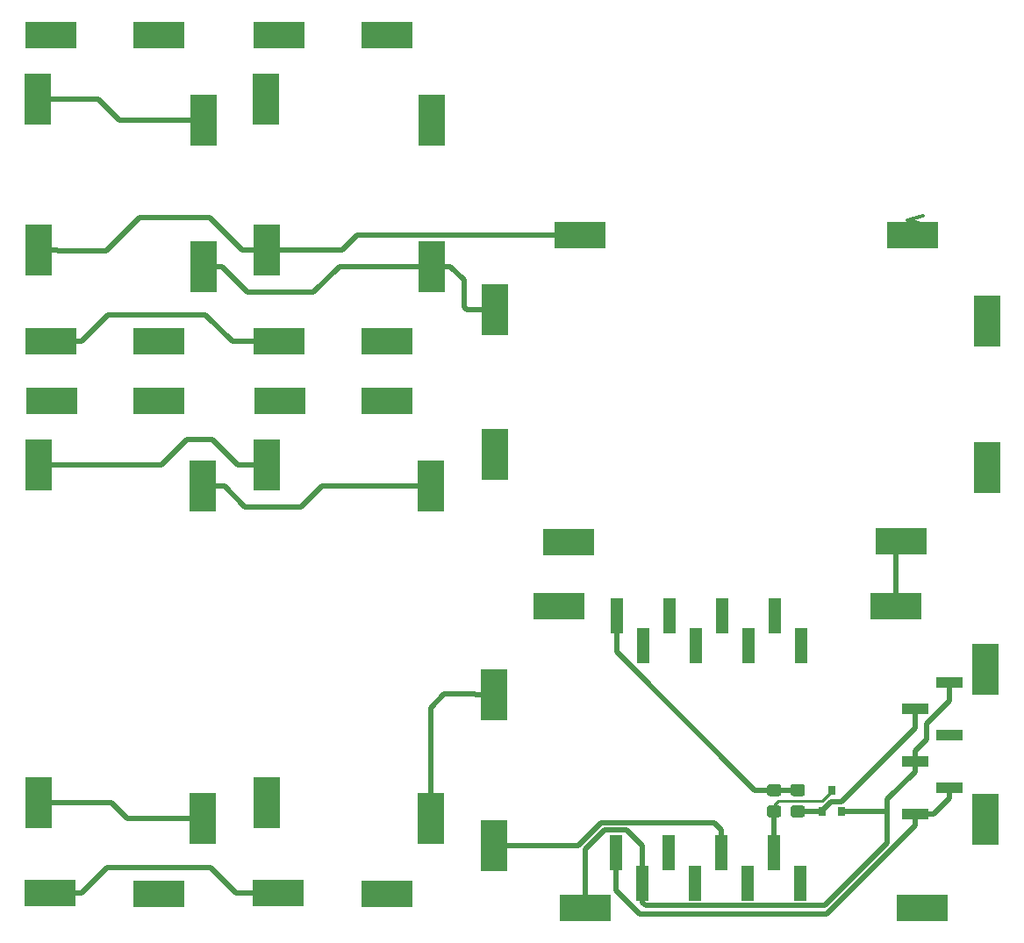
<source format=gbr>
%TF.GenerationSoftware,KiCad,Pcbnew,5.1.6-c6e7f7d~86~ubuntu18.04.1*%
%TF.CreationDate,2020-05-16T18:56:39+02:00*%
%TF.ProjectId,slimme-meter-tra,736c696d-6d65-42d6-9d65-7465722d7472,rev?*%
%TF.SameCoordinates,Original*%
%TF.FileFunction,Copper,L1,Top*%
%TF.FilePolarity,Positive*%
%FSLAX46Y46*%
G04 Gerber Fmt 4.6, Leading zero omitted, Abs format (unit mm)*
G04 Created by KiCad (PCBNEW 5.1.6-c6e7f7d~86~ubuntu18.04.1) date 2020-05-16 18:56:39*
%MOMM*%
%LPD*%
G01*
G04 APERTURE LIST*
%TA.AperFunction,NonConductor*%
%ADD10C,0.300000*%
%TD*%
%TA.AperFunction,SMDPad,CuDef*%
%ADD11R,2.500000X5.000000*%
%TD*%
%TA.AperFunction,SMDPad,CuDef*%
%ADD12R,5.000000X2.500000*%
%TD*%
%TA.AperFunction,ComponentPad*%
%ADD13R,2.500000X5.000000*%
%TD*%
%TA.AperFunction,ComponentPad*%
%ADD14R,5.000000X2.500000*%
%TD*%
%TA.AperFunction,SMDPad,CuDef*%
%ADD15R,1.270000X3.430001*%
%TD*%
%TA.AperFunction,SMDPad,CuDef*%
%ADD16R,2.510000X1.000000*%
%TD*%
%TA.AperFunction,SMDPad,CuDef*%
%ADD17R,0.800000X0.900000*%
%TD*%
%TA.AperFunction,Conductor*%
%ADD18C,0.500000*%
%TD*%
%TA.AperFunction,Conductor*%
%ADD19C,0.250000*%
%TD*%
G04 APERTURE END LIST*
D10*
X168221428Y-56757142D02*
X166721428Y-57114285D01*
X167792857Y-57400000D01*
X166721428Y-57685714D01*
X168221428Y-58042857D01*
D11*
X126800000Y-103000000D03*
X126800000Y-117500000D03*
D12*
X135600000Y-123500000D03*
X168100000Y-123500000D03*
D11*
X174200000Y-115000000D03*
X174200000Y-100500000D03*
D12*
X165600000Y-94400000D03*
X133100000Y-94400000D03*
D13*
X126900000Y-65800000D03*
X126900000Y-79800000D03*
D14*
X134000000Y-88200000D03*
X166100000Y-88100000D03*
D13*
X174400000Y-81000000D03*
X174400000Y-66900000D03*
D14*
X167200000Y-58600000D03*
X135100000Y-58600000D03*
D12*
X116500000Y-74565000D03*
X106145000Y-74565000D03*
D11*
X104875000Y-80800000D03*
X104875000Y-113400000D03*
D12*
X106000000Y-122063000D03*
X116500000Y-122190000D03*
D11*
X120700000Y-114900000D03*
X120700000Y-82820000D03*
D12*
X94500000Y-74565000D03*
X84145000Y-74565000D03*
D11*
X82875000Y-80800000D03*
X82875000Y-113400000D03*
D12*
X84000000Y-122063000D03*
X94500000Y-122190000D03*
D11*
X98700000Y-114900000D03*
X98700000Y-82820000D03*
X120800000Y-47525000D03*
X120800000Y-61600000D03*
D12*
X116500000Y-68861000D03*
X106037000Y-68861000D03*
D11*
X104900000Y-60000000D03*
X104800000Y-45500000D03*
D12*
X106037000Y-39270000D03*
X116500000Y-39270000D03*
D11*
X98800000Y-47525000D03*
X98800000Y-61600000D03*
D12*
X94500000Y-68861000D03*
X84037000Y-68861000D03*
D11*
X82900000Y-60000000D03*
X82800000Y-45500000D03*
D12*
X84037000Y-39270000D03*
X94500000Y-39270000D03*
D15*
X146260000Y-98220000D03*
X143720000Y-95300000D03*
X141180000Y-98220000D03*
X153880000Y-95300000D03*
X138640000Y-95300000D03*
X156420000Y-98220000D03*
X151340000Y-98220000D03*
X148800000Y-95300000D03*
X156376000Y-121135000D03*
X153836000Y-118215000D03*
X151296000Y-121135000D03*
X148756000Y-118215000D03*
X146216000Y-121135000D03*
X143676000Y-118215000D03*
X141136000Y-121135000D03*
X138596000Y-118215000D03*
D16*
X167421000Y-104308000D03*
X167421000Y-109388000D03*
X167421000Y-114468000D03*
X170731000Y-101768000D03*
X170731000Y-106848000D03*
X170731000Y-111928000D03*
%TA.AperFunction,SMDPad,CuDef*%
G36*
G01*
X153385999Y-113648000D02*
X154286001Y-113648000D01*
G75*
G02*
X154536000Y-113897999I0J-249999D01*
G01*
X154536000Y-114548001D01*
G75*
G02*
X154286001Y-114798000I-249999J0D01*
G01*
X153385999Y-114798000D01*
G75*
G02*
X153136000Y-114548001I0J249999D01*
G01*
X153136000Y-113897999D01*
G75*
G02*
X153385999Y-113648000I249999J0D01*
G01*
G37*
%TD.AperFunction*%
%TA.AperFunction,SMDPad,CuDef*%
G36*
G01*
X153385999Y-111598000D02*
X154286001Y-111598000D01*
G75*
G02*
X154536000Y-111847999I0J-249999D01*
G01*
X154536000Y-112498001D01*
G75*
G02*
X154286001Y-112748000I-249999J0D01*
G01*
X153385999Y-112748000D01*
G75*
G02*
X153136000Y-112498001I0J249999D01*
G01*
X153136000Y-111847999D01*
G75*
G02*
X153385999Y-111598000I249999J0D01*
G01*
G37*
%TD.AperFunction*%
%TA.AperFunction,SMDPad,CuDef*%
G36*
G01*
X155671999Y-113639000D02*
X156572001Y-113639000D01*
G75*
G02*
X156822000Y-113888999I0J-249999D01*
G01*
X156822000Y-114539001D01*
G75*
G02*
X156572001Y-114789000I-249999J0D01*
G01*
X155671999Y-114789000D01*
G75*
G02*
X155422000Y-114539001I0J249999D01*
G01*
X155422000Y-113888999D01*
G75*
G02*
X155671999Y-113639000I249999J0D01*
G01*
G37*
%TD.AperFunction*%
%TA.AperFunction,SMDPad,CuDef*%
G36*
G01*
X155671999Y-111589000D02*
X156572001Y-111589000D01*
G75*
G02*
X156822000Y-111838999I0J-249999D01*
G01*
X156822000Y-112489001D01*
G75*
G02*
X156572001Y-112739000I-249999J0D01*
G01*
X155671999Y-112739000D01*
G75*
G02*
X155422000Y-112489001I0J249999D01*
G01*
X155422000Y-111838999D01*
G75*
G02*
X155671999Y-111589000I249999J0D01*
G01*
G37*
%TD.AperFunction*%
D17*
X159424000Y-112198000D03*
X160374000Y-114198000D03*
X158474000Y-114198000D03*
D18*
X168100000Y-123700000D02*
X169900000Y-123700000D01*
X169900000Y-123700000D02*
X170000000Y-123800000D01*
X84650000Y-60000000D02*
X84750000Y-60100000D01*
X82900000Y-60000000D02*
X84650000Y-60000000D01*
X84750000Y-60100000D02*
X89400000Y-60100000D01*
X89400000Y-60100000D02*
X92600000Y-56900000D01*
X92600000Y-56900000D02*
X99400000Y-56900000D01*
X102500000Y-60000000D02*
X104900000Y-60000000D01*
X99400000Y-56900000D02*
X102500000Y-60000000D01*
X100550000Y-61600000D02*
X100900000Y-61950000D01*
X98800000Y-61600000D02*
X100550000Y-61600000D01*
X100900000Y-61950000D02*
X100900000Y-62000000D01*
X100900000Y-62000000D02*
X103000000Y-64100000D01*
X103000000Y-64100000D02*
X109400000Y-64100000D01*
X111900000Y-61600000D02*
X120800000Y-61600000D01*
X109400000Y-64100000D02*
X111900000Y-61600000D01*
X102100000Y-80800000D02*
X104875000Y-80800000D01*
X97200000Y-78300000D02*
X99600000Y-78300000D01*
X99600000Y-78300000D02*
X102100000Y-80800000D01*
X82875000Y-80800000D02*
X94700000Y-80800000D01*
X94700000Y-80800000D02*
X97200000Y-78300000D01*
X100450000Y-82820000D02*
X100470000Y-82800000D01*
X98700000Y-82820000D02*
X100450000Y-82820000D01*
X100470000Y-82800000D02*
X100800000Y-82800000D01*
X100800000Y-82800000D02*
X102800000Y-84800000D01*
X102800000Y-84800000D02*
X108200000Y-84800000D01*
X110180000Y-82820000D02*
X120700000Y-82820000D01*
X108200000Y-84800000D02*
X110180000Y-82820000D01*
X125050000Y-103000000D02*
X124950000Y-102900000D01*
X126800000Y-103000000D02*
X125050000Y-103000000D01*
X124950000Y-102900000D02*
X122000000Y-102900000D01*
X120700000Y-104200000D02*
X120700000Y-114900000D01*
X122000000Y-102900000D02*
X120700000Y-104200000D01*
X87000000Y-122063000D02*
X88100000Y-120963000D01*
X84000000Y-122063000D02*
X87000000Y-122063000D01*
X88100000Y-120963000D02*
X88137000Y-120963000D01*
X88137000Y-120963000D02*
X89500000Y-119600000D01*
X89500000Y-119600000D02*
X99500000Y-119600000D01*
X101963000Y-122063000D02*
X106000000Y-122063000D01*
X99500000Y-119600000D02*
X101963000Y-122063000D01*
X87037000Y-68861000D02*
X89600000Y-66298000D01*
X84037000Y-68861000D02*
X87037000Y-68861000D01*
X89600000Y-66298000D02*
X98998000Y-66298000D01*
X101561000Y-68861000D02*
X106037000Y-68861000D01*
X98998000Y-66298000D02*
X101561000Y-68861000D01*
X122550000Y-61600000D02*
X123900000Y-62950000D01*
X120800000Y-61600000D02*
X122550000Y-61600000D01*
X123900000Y-62950000D02*
X123900000Y-65500000D01*
X124200000Y-65800000D02*
X126900000Y-65800000D01*
X123900000Y-65500000D02*
X124200000Y-65800000D01*
X113600000Y-58600000D02*
X135100000Y-58600000D01*
X104900000Y-60000000D02*
X112200000Y-60000000D01*
X112200000Y-60000000D02*
X113600000Y-58600000D01*
X165600000Y-88600000D02*
X166100000Y-88100000D01*
X165600000Y-94300000D02*
X165600000Y-88600000D01*
X167421000Y-110388000D02*
X164758000Y-113051000D01*
X167421000Y-109388000D02*
X167421000Y-110388000D01*
X164742000Y-114198000D02*
X160374000Y-114198000D01*
X164758000Y-114214000D02*
X164742000Y-114198000D01*
X164758000Y-113051000D02*
X164758000Y-114214000D01*
X167421000Y-108388000D02*
X168568000Y-107241000D01*
X167421000Y-109388000D02*
X167421000Y-108388000D01*
X170731000Y-103563002D02*
X170731000Y-102768000D01*
X168568000Y-105726002D02*
X170731000Y-103563002D01*
X170731000Y-102768000D02*
X170731000Y-101768000D01*
X168568000Y-107241000D02*
X168568000Y-105726002D01*
X135600000Y-123800000D02*
X137100000Y-123800000D01*
X157371003Y-123300000D02*
X157371001Y-123300002D01*
X150300999Y-123300002D02*
X150300997Y-123300000D01*
X152291001Y-123300002D02*
X150300999Y-123300002D01*
X164758000Y-114214000D02*
X164758000Y-117262000D01*
X158720000Y-123300000D02*
X157371003Y-123300000D01*
X147211003Y-123300000D02*
X147211001Y-123300002D01*
X164758000Y-117262000D02*
X158720000Y-123300000D01*
X155380997Y-123300000D02*
X152291003Y-123300000D01*
X152291003Y-123300000D02*
X152291001Y-123300002D01*
X150300997Y-123300000D02*
X147211003Y-123300000D01*
X141136000Y-123009990D02*
X141136000Y-121135000D01*
X147211001Y-123300002D02*
X145220999Y-123300002D01*
X157371001Y-123300002D02*
X155380999Y-123300002D01*
X145220999Y-123300002D02*
X145220997Y-123300000D01*
X145220997Y-123300000D02*
X141426010Y-123300000D01*
X155380999Y-123300002D02*
X155380997Y-123300000D01*
X141426010Y-123300000D02*
X141136000Y-123009990D01*
X135600000Y-117900000D02*
X135600000Y-123800000D01*
X141136000Y-121135000D02*
X141136000Y-118920000D01*
X141100000Y-118884000D02*
X141100000Y-117500000D01*
X137500000Y-116000000D02*
X135600000Y-117900000D01*
X141136000Y-118920000D02*
X141100000Y-118884000D01*
X141100000Y-117500000D02*
X139600000Y-116000000D01*
X139600000Y-116000000D02*
X137500000Y-116000000D01*
X170731000Y-112928000D02*
X169191000Y-114468000D01*
X170731000Y-111928000D02*
X170731000Y-112928000D01*
X169191000Y-114468000D02*
X167421000Y-114468000D01*
X167421000Y-115468000D02*
X167421000Y-114468000D01*
X167421000Y-115588962D02*
X167421000Y-115468000D01*
X140862000Y-124100000D02*
X158909962Y-124100000D01*
X158909962Y-124100000D02*
X167421000Y-115588962D01*
X138596000Y-118215000D02*
X138596000Y-121834000D01*
X138596000Y-121834000D02*
X140862000Y-124100000D01*
X156138000Y-114198000D02*
X156122000Y-114214000D01*
X158474000Y-114198000D02*
X156138000Y-114198000D01*
X167421000Y-106217000D02*
X167421000Y-104308000D01*
X160340001Y-113297999D02*
X167421000Y-106217000D01*
X158474000Y-114198000D02*
X158474000Y-114148000D01*
X159324001Y-113297999D02*
X160340001Y-113297999D01*
X158474000Y-114148000D02*
X159324001Y-113297999D01*
X153836000Y-114223000D02*
X153836000Y-118215000D01*
D19*
X153836000Y-113648000D02*
X154286000Y-113198000D01*
X153836000Y-114223000D02*
X153836000Y-113648000D01*
X159424000Y-112248000D02*
X159424000Y-112198000D01*
X158474000Y-113198000D02*
X159424000Y-112248000D01*
X154286000Y-113198000D02*
X158474000Y-113198000D01*
D18*
X153845000Y-112164000D02*
X153836000Y-112173000D01*
X156122000Y-112164000D02*
X153845000Y-112164000D01*
X153136000Y-112173000D02*
X153836000Y-112173000D01*
X151972997Y-112173000D02*
X153136000Y-112173000D01*
X138640000Y-98840003D02*
X151972997Y-112173000D01*
X138640000Y-95300000D02*
X138640000Y-98840003D01*
X148756000Y-116000000D02*
X148756000Y-118215000D01*
X148056000Y-115300000D02*
X148756000Y-116000000D01*
X137100000Y-115300000D02*
X148056000Y-115300000D01*
X126800000Y-117500000D02*
X134900000Y-117500000D01*
X134900000Y-117500000D02*
X137100000Y-115300000D01*
X82800000Y-45500000D02*
X88600000Y-45500000D01*
X90625000Y-47525000D02*
X98800000Y-47525000D01*
X88600000Y-45500000D02*
X90625000Y-47525000D01*
X91400000Y-114900000D02*
X98700000Y-114900000D01*
X82875000Y-113400000D02*
X89900000Y-113400000D01*
X89900000Y-113400000D02*
X91400000Y-114900000D01*
M02*

</source>
